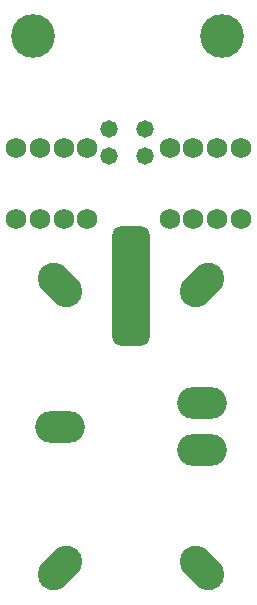
<source format=gbs>
G04*
G04 #@! TF.GenerationSoftware,Altium Limited,Altium Designer,23.10.1 (27)*
G04*
G04 Layer_Color=16711935*
%FSLAX25Y25*%
%MOIN*%
G70*
G04*
G04 #@! TF.SameCoordinates,1CDB52BC-5702-4D16-9384-FD81A510AF7B*
G04*
G04*
G04 #@! TF.FilePolarity,Negative*
G04*
G01*
G75*
%ADD15C,0.06800*%
G04:AMPARAMS|DCode=16|XSize=126.11mil|YSize=401.7mil|CornerRadius=33.53mil|HoleSize=0mil|Usage=FLASHONLY|Rotation=0.000|XOffset=0mil|YOffset=0mil|HoleType=Round|Shape=RoundedRectangle|*
%AMROUNDEDRECTD16*
21,1,0.12611,0.33465,0,0,0.0*
21,1,0.05906,0.40170,0,0,0.0*
1,1,0.06706,0.02953,-0.16732*
1,1,0.06706,-0.02953,-0.16732*
1,1,0.06706,-0.02953,0.16732*
1,1,0.06706,0.02953,0.16732*
%
%ADD16ROUNDEDRECTD16*%
G04:AMPARAMS|DCode=17|XSize=106.42mil|YSize=165.48mil|CornerRadius=0mil|HoleSize=0mil|Usage=FLASHONLY|Rotation=315.000|XOffset=0mil|YOffset=0mil|HoleType=Round|Shape=Round|*
%AMOVALD17*
21,1,0.05906,0.10642,0.00000,0.00000,45.0*
1,1,0.10642,-0.02088,-0.02088*
1,1,0.10642,0.02088,0.02088*
%
%ADD17OVALD17*%

G04:AMPARAMS|DCode=18|XSize=106.42mil|YSize=165.48mil|CornerRadius=0mil|HoleSize=0mil|Usage=FLASHONLY|Rotation=225.000|XOffset=0mil|YOffset=0mil|HoleType=Round|Shape=Round|*
%AMOVALD18*
21,1,0.05906,0.10642,0.00000,0.00000,315.0*
1,1,0.10642,-0.02088,0.02088*
1,1,0.10642,0.02088,-0.02088*
%
%ADD18OVALD18*%

%ADD19O,0.16548X0.10642*%
%ADD20C,0.05800*%
%ADD21C,0.14580*%
D15*
X27874Y149811D02*
D03*
X35748D02*
D03*
X43622D02*
D03*
X71181D02*
D03*
X79055D02*
D03*
X86929D02*
D03*
X94803D02*
D03*
Y126189D02*
D03*
X86929D02*
D03*
X79055D02*
D03*
X71181D02*
D03*
X43622D02*
D03*
X35748D02*
D03*
X27874D02*
D03*
X20000D02*
D03*
Y149811D02*
D03*
D16*
X58278Y103930D02*
D03*
D17*
X81900Y104174D02*
D03*
X34656Y9686D02*
D03*
D18*
Y104174D02*
D03*
X81900Y9686D02*
D03*
D19*
X34656Y56930D02*
D03*
X81900Y64804D02*
D03*
Y49056D02*
D03*
D20*
X51000Y147000D02*
D03*
X63000D02*
D03*
Y156000D02*
D03*
X51000D02*
D03*
D21*
X88700Y187100D02*
D03*
X25600Y187000D02*
D03*
M02*

</source>
